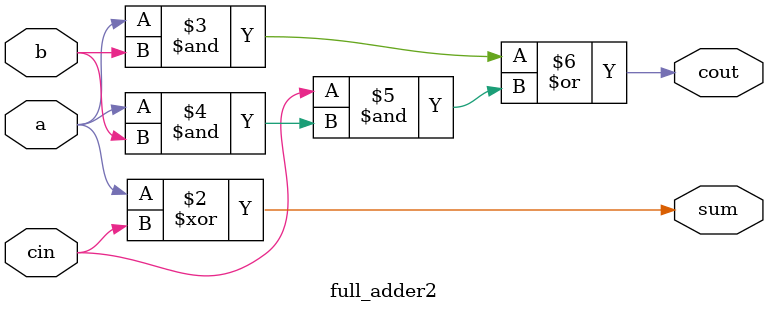
<source format=v>
module full_adder2(a,b,cin,sum,cout);
input a,b,cin;
output sum,cout;
assign sum = a^1'b0^cin;
assign cout = a&b|cin&(a&b); 
// initial begin
//     $display("The incorrect adder with xor0 having in2/0");
// end   
endmodule
</source>
